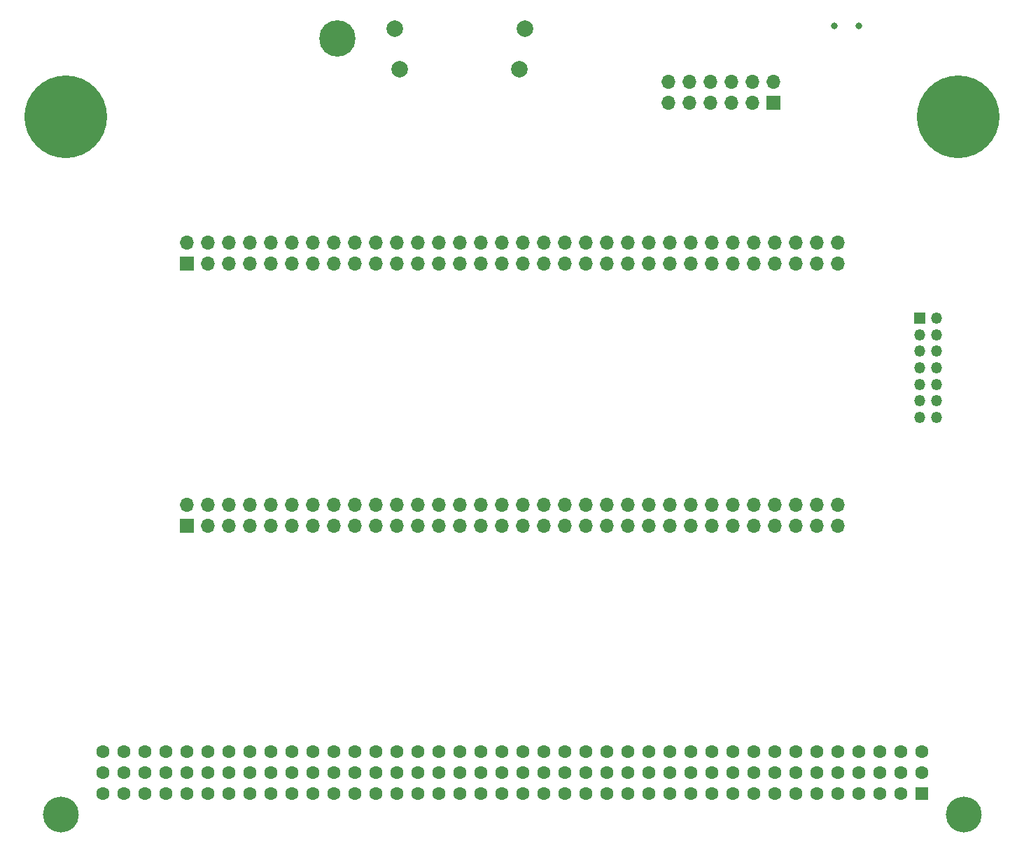
<source format=gbr>
%TF.GenerationSoftware,KiCad,Pcbnew,5.1.9+dfsg1-1~bpo10+1*%
%TF.CreationDate,2023-05-16T13:37:29+02:00*%
%TF.ProjectId,IIsi-to-ztex,49497369-2d74-46f2-9d7a-7465782e6b69,rev?*%
%TF.SameCoordinates,Original*%
%TF.FileFunction,Soldermask,Bot*%
%TF.FilePolarity,Negative*%
%FSLAX46Y46*%
G04 Gerber Fmt 4.6, Leading zero omitted, Abs format (unit mm)*
G04 Created by KiCad (PCBNEW 5.1.9+dfsg1-1~bpo10+1) date 2023-05-16 13:37:29*
%MOMM*%
%LPD*%
G01*
G04 APERTURE LIST*
%ADD10C,0.800000*%
%ADD11O,1.700000X1.700000*%
%ADD12R,1.700000X1.700000*%
%ADD13C,2.000000*%
%ADD14C,4.400000*%
%ADD15C,10.000000*%
%ADD16R,1.350000X1.350000*%
%ADD17O,1.350000X1.350000*%
%ADD18C,4.335000*%
%ADD19C,1.605000*%
%ADD20R,1.605000X1.605000*%
G04 APERTURE END LIST*
D10*
%TO.C,S1*%
X193500000Y-54500000D03*
X196500000Y-54500000D03*
%TD*%
D11*
%TO.C,J4*%
X173510000Y-61210000D03*
X173510000Y-63750000D03*
X176050000Y-61210000D03*
X176050000Y-63750000D03*
X178590000Y-61210000D03*
X178590000Y-63750000D03*
X181130000Y-61210000D03*
X181130000Y-63750000D03*
X183670000Y-61210000D03*
X183670000Y-63750000D03*
X186210000Y-61210000D03*
D12*
X186210000Y-63750000D03*
%TD*%
D13*
%TO.C,J3*%
X156080000Y-54770000D03*
X140380000Y-54770000D03*
X155480000Y-59720000D03*
X140980000Y-59720000D03*
%TD*%
D14*
%TO.C,H5*%
X133460000Y-56000000D03*
%TD*%
D15*
%TO.C,H2*%
X208570000Y-65450000D03*
%TD*%
%TO.C,H1*%
X100570000Y-65450000D03*
%TD*%
D16*
%TO.C,J1*%
X203910000Y-89860000D03*
D17*
X205910000Y-89860000D03*
X203910000Y-91860000D03*
X205910000Y-91860000D03*
X203910000Y-93860000D03*
X205910000Y-93860000D03*
X203910000Y-95860000D03*
X205910000Y-95860000D03*
X203910000Y-97860000D03*
X205910000Y-97860000D03*
X203910000Y-99860000D03*
X205910000Y-99860000D03*
X203910000Y-101860000D03*
X205910000Y-101860000D03*
%TD*%
D12*
%TO.C,JCD1*%
X115240000Y-83250000D03*
D11*
X115240000Y-80710000D03*
X117780000Y-83250000D03*
X117780000Y-80710000D03*
X120320000Y-83250000D03*
X120320000Y-80710000D03*
X122860000Y-83250000D03*
X122860000Y-80710000D03*
X125400000Y-83250000D03*
X125400000Y-80710000D03*
X127940000Y-83250000D03*
X127940000Y-80710000D03*
X130480000Y-83250000D03*
X130480000Y-80710000D03*
X133020000Y-83250000D03*
X133020000Y-80710000D03*
X135560000Y-83250000D03*
X135560000Y-80710000D03*
X138100000Y-83250000D03*
X138100000Y-80710000D03*
X140640000Y-83250000D03*
X140640000Y-80710000D03*
X143180000Y-83250000D03*
X143180000Y-80710000D03*
X145720000Y-83250000D03*
X145720000Y-80710000D03*
X148260000Y-83250000D03*
X148260000Y-80710000D03*
X150800000Y-83250000D03*
X150800000Y-80710000D03*
X153340000Y-83250000D03*
X153340000Y-80710000D03*
X155880000Y-83250000D03*
X155880000Y-80710000D03*
X158420000Y-83250000D03*
X158420000Y-80710000D03*
X160960000Y-83250000D03*
X160960000Y-80710000D03*
X163500000Y-83250000D03*
X163500000Y-80710000D03*
X166040000Y-83250000D03*
X166040000Y-80710000D03*
X168580000Y-83250000D03*
X168580000Y-80710000D03*
X171120000Y-83250000D03*
X171120000Y-80710000D03*
X173660000Y-83250000D03*
X173660000Y-80710000D03*
X176200000Y-83250000D03*
X176200000Y-80710000D03*
X178740000Y-83250000D03*
X178740000Y-80710000D03*
X181280000Y-83250000D03*
X181280000Y-80710000D03*
X183820000Y-83250000D03*
X183820000Y-80710000D03*
X186360000Y-83250000D03*
X186360000Y-80710000D03*
X188900000Y-83250000D03*
X188900000Y-80710000D03*
X191440000Y-83250000D03*
X191440000Y-80710000D03*
X193980000Y-83250000D03*
X193980000Y-80710000D03*
%TD*%
D12*
%TO.C,JAB1*%
X115240000Y-115000000D03*
D11*
X115240000Y-112460000D03*
X117780000Y-115000000D03*
X117780000Y-112460000D03*
X120320000Y-115000000D03*
X120320000Y-112460000D03*
X122860000Y-115000000D03*
X122860000Y-112460000D03*
X125400000Y-115000000D03*
X125400000Y-112460000D03*
X127940000Y-115000000D03*
X127940000Y-112460000D03*
X130480000Y-115000000D03*
X130480000Y-112460000D03*
X133020000Y-115000000D03*
X133020000Y-112460000D03*
X135560000Y-115000000D03*
X135560000Y-112460000D03*
X138100000Y-115000000D03*
X138100000Y-112460000D03*
X140640000Y-115000000D03*
X140640000Y-112460000D03*
X143180000Y-115000000D03*
X143180000Y-112460000D03*
X145720000Y-115000000D03*
X145720000Y-112460000D03*
X148260000Y-115000000D03*
X148260000Y-112460000D03*
X150800000Y-115000000D03*
X150800000Y-112460000D03*
X153340000Y-115000000D03*
X153340000Y-112460000D03*
X155880000Y-115000000D03*
X155880000Y-112460000D03*
X158420000Y-115000000D03*
X158420000Y-112460000D03*
X160960000Y-115000000D03*
X160960000Y-112460000D03*
X163500000Y-115000000D03*
X163500000Y-112460000D03*
X166040000Y-115000000D03*
X166040000Y-112460000D03*
X168580000Y-115000000D03*
X168580000Y-112460000D03*
X171120000Y-115000000D03*
X171120000Y-112460000D03*
X173660000Y-115000000D03*
X173660000Y-112460000D03*
X176200000Y-115000000D03*
X176200000Y-112460000D03*
X178740000Y-115000000D03*
X178740000Y-112460000D03*
X181280000Y-115000000D03*
X181280000Y-112460000D03*
X183820000Y-115000000D03*
X183820000Y-112460000D03*
X186360000Y-115000000D03*
X186360000Y-112460000D03*
X188900000Y-115000000D03*
X188900000Y-112460000D03*
X191440000Y-115000000D03*
X191440000Y-112460000D03*
X193980000Y-115000000D03*
X193980000Y-112460000D03*
%TD*%
D18*
%TO.C,J2*%
X100000000Y-150000000D03*
X209220000Y-150000000D03*
D19*
X105080000Y-142380000D03*
X107620000Y-142380000D03*
X110160000Y-142380000D03*
X112700000Y-142380000D03*
X115240000Y-142380000D03*
X117780000Y-142380000D03*
X120320000Y-142380000D03*
X122860000Y-142380000D03*
X125400000Y-142380000D03*
X127940000Y-142380000D03*
X130480000Y-142380000D03*
X133020000Y-142380000D03*
X135560000Y-142380000D03*
X138100000Y-142380000D03*
X140640000Y-142380000D03*
X143180000Y-142380000D03*
X145720000Y-142380000D03*
X148260000Y-142380000D03*
X150800000Y-142380000D03*
X153340000Y-142380000D03*
X155880000Y-142380000D03*
X158420000Y-142380000D03*
X160960000Y-142380000D03*
X163500000Y-142380000D03*
X166040000Y-142380000D03*
X168580000Y-142380000D03*
X171120000Y-142380000D03*
X173660000Y-142380000D03*
X176200000Y-142380000D03*
X178740000Y-142380000D03*
X181280000Y-142380000D03*
X183820000Y-142380000D03*
X186360000Y-142380000D03*
X188900000Y-142380000D03*
X191440000Y-142380000D03*
X193980000Y-142380000D03*
X196520000Y-142380000D03*
X199060000Y-142380000D03*
X201600000Y-142380000D03*
X204140000Y-142380000D03*
X105080000Y-144920000D03*
X107620000Y-144920000D03*
X110160000Y-144920000D03*
X112700000Y-144920000D03*
X115240000Y-144920000D03*
X117780000Y-144920000D03*
X120320000Y-144920000D03*
X122860000Y-144920000D03*
X125400000Y-144920000D03*
X127940000Y-144920000D03*
X130480000Y-144920000D03*
X133020000Y-144920000D03*
X135560000Y-144920000D03*
X138100000Y-144920000D03*
X140640000Y-144920000D03*
X143180000Y-144920000D03*
X145720000Y-144920000D03*
X148260000Y-144920000D03*
X150800000Y-144920000D03*
X153340000Y-144920000D03*
X155880000Y-144920000D03*
X158420000Y-144920000D03*
X160960000Y-144920000D03*
X163500000Y-144920000D03*
X166040000Y-144920000D03*
X168580000Y-144920000D03*
X171120000Y-144920000D03*
X173660000Y-144920000D03*
X176200000Y-144920000D03*
X178740000Y-144920000D03*
X181280000Y-144920000D03*
X183820000Y-144920000D03*
X186360000Y-144920000D03*
X188900000Y-144920000D03*
X191440000Y-144920000D03*
X193980000Y-144920000D03*
X196520000Y-144920000D03*
X199060000Y-144920000D03*
X201600000Y-144920000D03*
X204140000Y-144920000D03*
X105080000Y-147460000D03*
X107620000Y-147460000D03*
X110160000Y-147460000D03*
X112700000Y-147460000D03*
X115240000Y-147460000D03*
X117780000Y-147460000D03*
X120320000Y-147460000D03*
X122860000Y-147460000D03*
X125400000Y-147460000D03*
X127940000Y-147460000D03*
X130480000Y-147460000D03*
X133020000Y-147460000D03*
X135560000Y-147460000D03*
X138100000Y-147460000D03*
X140640000Y-147460000D03*
X143180000Y-147460000D03*
X145720000Y-147460000D03*
X148260000Y-147460000D03*
X150800000Y-147460000D03*
X153340000Y-147460000D03*
X155880000Y-147460000D03*
X158420000Y-147460000D03*
X160960000Y-147460000D03*
X163500000Y-147460000D03*
X166040000Y-147460000D03*
X168580000Y-147460000D03*
X171120000Y-147460000D03*
X173660000Y-147460000D03*
X176200000Y-147460000D03*
X178740000Y-147460000D03*
X181280000Y-147460000D03*
X183820000Y-147460000D03*
X186360000Y-147460000D03*
X188900000Y-147460000D03*
X191440000Y-147460000D03*
X193980000Y-147460000D03*
X196520000Y-147460000D03*
X199060000Y-147460000D03*
X201600000Y-147460000D03*
D20*
X204140000Y-147460000D03*
%TD*%
M02*

</source>
